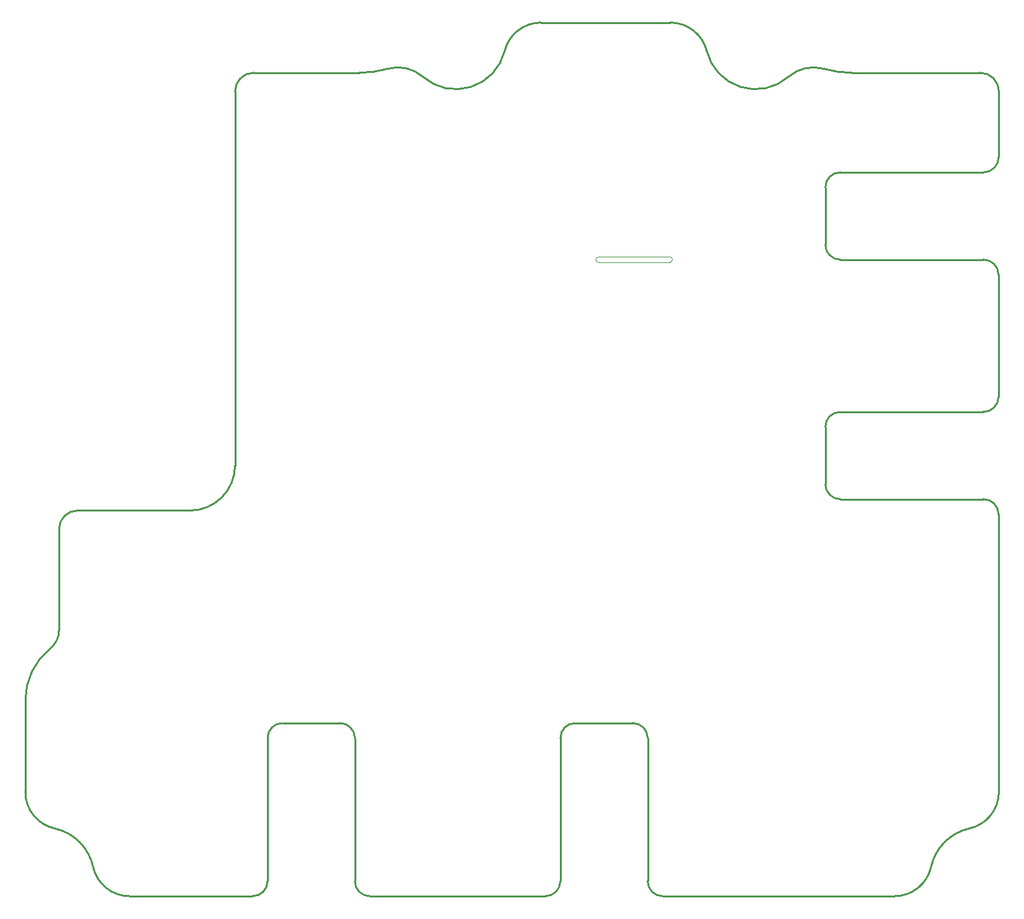
<source format=gbr>
%TF.GenerationSoftware,KiCad,Pcbnew,9.0.0*%
%TF.CreationDate,2025-04-04T21:43:02+02:00*%
%TF.ProjectId,HUB_MPE,4855425f-4d50-4452-9e6b-696361645f70,0.1*%
%TF.SameCoordinates,Original*%
%TF.FileFunction,Profile,NP*%
%FSLAX46Y46*%
G04 Gerber Fmt 4.6, Leading zero omitted, Abs format (unit mm)*
G04 Created by KiCad (PCBNEW 9.0.0) date 2025-04-04 21:43:02*
%MOMM*%
%LPD*%
G01*
G04 APERTURE LIST*
%TA.AperFunction,Profile*%
%ADD10C,0.250000*%
%TD*%
%TA.AperFunction,Profile*%
%ADD11C,0.100000*%
%TD*%
G04 APERTURE END LIST*
D10*
X32734124Y-129239988D02*
G75*
G02*
X28802535Y-124355464I1068376J4884488D01*
G01*
X74808000Y-138285250D02*
G75*
G02*
X72807950Y-136285200I-100J1999950D01*
G01*
X100250000Y-117161100D02*
G75*
G02*
X102245102Y-115161106I2000000J0D01*
G01*
X130733735Y-28810601D02*
G75*
G02*
X135426088Y-27756605I3306965J-3750399D01*
G01*
X149757238Y-134353626D02*
G75*
G02*
X154870884Y-129240025I6545362J-1431774D01*
G01*
X61150000Y-136285300D02*
X61150000Y-117161100D01*
X137626000Y-53250000D02*
G75*
G02*
X135625857Y-51264866I0J2000200D01*
G01*
X70807900Y-115161107D02*
X63145102Y-115161107D01*
X109907900Y-115161107D02*
G75*
G02*
X111907867Y-117171297I0J-1999993D01*
G01*
X158750000Y-71592100D02*
G75*
G02*
X156733652Y-73592135I-2000200J100D01*
G01*
X137643235Y-41592133D02*
X156773164Y-41592133D01*
X156304900Y-28285250D02*
G75*
G02*
X158802537Y-30775043I-100J-2497750D01*
G01*
X33302389Y-89256721D02*
X33302500Y-102785135D01*
X33302389Y-89256721D02*
G75*
G02*
X35805990Y-86756091I2500611J21D01*
G01*
X77178923Y-27756644D02*
G75*
G02*
X81871272Y-28810593I1385477J-4804156D01*
G01*
X135625857Y-43592100D02*
G75*
G02*
X137643235Y-41592132I2000043J0D01*
G01*
X50798807Y-86765381D02*
X35805990Y-86756078D01*
X111907867Y-117171297D02*
X111907867Y-136285200D01*
X100250000Y-136285300D02*
G75*
G02*
X98250000Y-138285200I-1999900J0D01*
G01*
X135625857Y-43592100D02*
X135625857Y-51264866D01*
D11*
X105325000Y-52900000D02*
X114875000Y-52900000D01*
D10*
X100250000Y-117161100D02*
X100250000Y-136285300D01*
X149757238Y-134353626D02*
G75*
G02*
X144899246Y-138285270I-4884738J1068526D01*
G01*
X113908000Y-138285250D02*
X144899246Y-138285250D01*
X135625857Y-75592100D02*
G75*
G02*
X137608365Y-73592134I2000043J0D01*
G01*
X137626000Y-53250000D02*
X156750000Y-53250000D01*
X56802500Y-80765410D02*
G75*
G02*
X50798807Y-86765379I-5999970J0D01*
G01*
X158759657Y-39601816D02*
X158802538Y-30775043D01*
X42732300Y-138285250D02*
G75*
G02*
X37847737Y-134353631I0J5000050D01*
G01*
X32734124Y-129239988D02*
G75*
G02*
X37847762Y-134353626I-1431624J-6545262D01*
G01*
X137626000Y-85250000D02*
G75*
G02*
X135625857Y-83264866I0J2000200D01*
G01*
X98250000Y-138285250D02*
X74808000Y-138285250D01*
X92807809Y-25388669D02*
G75*
G02*
X81871263Y-28810603I-6505289J1603349D01*
G01*
X61150000Y-117161100D02*
G75*
G02*
X63145102Y-115161106I2000000J0D01*
G01*
X137626000Y-85250000D02*
X156752700Y-85250000D01*
X56802500Y-30785160D02*
G75*
G02*
X59302410Y-28285250I2499910J0D01*
G01*
X158759657Y-39601816D02*
G75*
G02*
X156773164Y-41592134I-2000157J9816D01*
G01*
X114942500Y-21585250D02*
G75*
G02*
X119797244Y-25388656I0J-5000050D01*
G01*
X33302500Y-102785135D02*
G75*
G02*
X32177501Y-105127125I-3000190J-25D01*
G01*
X61150000Y-136285300D02*
G75*
G02*
X59150000Y-138285200I-1999900J0D01*
G01*
X28802500Y-112152750D02*
X28802500Y-124355464D01*
X109907900Y-115161107D02*
X102245102Y-115161107D01*
X156752700Y-85250000D02*
G75*
G02*
X158752692Y-87255561I0J-2000000D01*
G01*
X158752692Y-87255561D02*
X158802500Y-124356459D01*
X158750000Y-55250000D02*
X158750000Y-71592100D01*
D11*
X115225000Y-53250000D02*
G75*
G02*
X114875000Y-53600000I-350000J0D01*
G01*
D10*
X156750000Y-53250000D02*
G75*
G02*
X158750000Y-55250000I0J-2000000D01*
G01*
D11*
X104975000Y-53250000D02*
G75*
G02*
X105325000Y-52900000I350000J0D01*
G01*
D10*
X77178923Y-27756644D02*
G75*
G02*
X73438200Y-28285251I-3740723J12971444D01*
G01*
X156733652Y-73592133D02*
X137608365Y-73592133D01*
D11*
X114875000Y-52900000D02*
G75*
G02*
X115225000Y-53250000I0J-350000D01*
G01*
D10*
X113908000Y-138285250D02*
G75*
G02*
X111907950Y-136285200I-100J1999950D01*
G01*
X97662600Y-21585250D02*
X114942500Y-21585250D01*
D11*
X114875000Y-53600000D02*
X105325000Y-53600000D01*
D10*
X42732300Y-138285250D02*
X59150000Y-138285250D01*
X92807809Y-25388669D02*
G75*
G02*
X97662600Y-21585305I4854691J-1196631D01*
G01*
X135625857Y-75592100D02*
X135625857Y-83264866D01*
X56802500Y-30785160D02*
X56802500Y-80765410D01*
D11*
X105325000Y-53600000D02*
G75*
G02*
X104975000Y-53250000I0J350000D01*
G01*
D10*
X72807867Y-117171297D02*
X72807867Y-136285200D01*
X28802500Y-112152750D02*
G75*
G02*
X32177499Y-105127123I9000010J0D01*
G01*
X73438200Y-28285250D02*
X59302410Y-28285250D01*
X70807900Y-115161107D02*
G75*
G02*
X72807867Y-117171297I0J-1999993D01*
G01*
X130733735Y-28810601D02*
G75*
G02*
X119797216Y-25388663I-4431235J5025301D01*
G01*
X158802500Y-124356459D02*
G75*
G02*
X154870874Y-129239980I-4999200J359D01*
G01*
X139166800Y-28285250D02*
G75*
G02*
X135426077Y-27756643I0J13500050D01*
G01*
X156304900Y-28285250D02*
X139166800Y-28285250D01*
M02*

</source>
